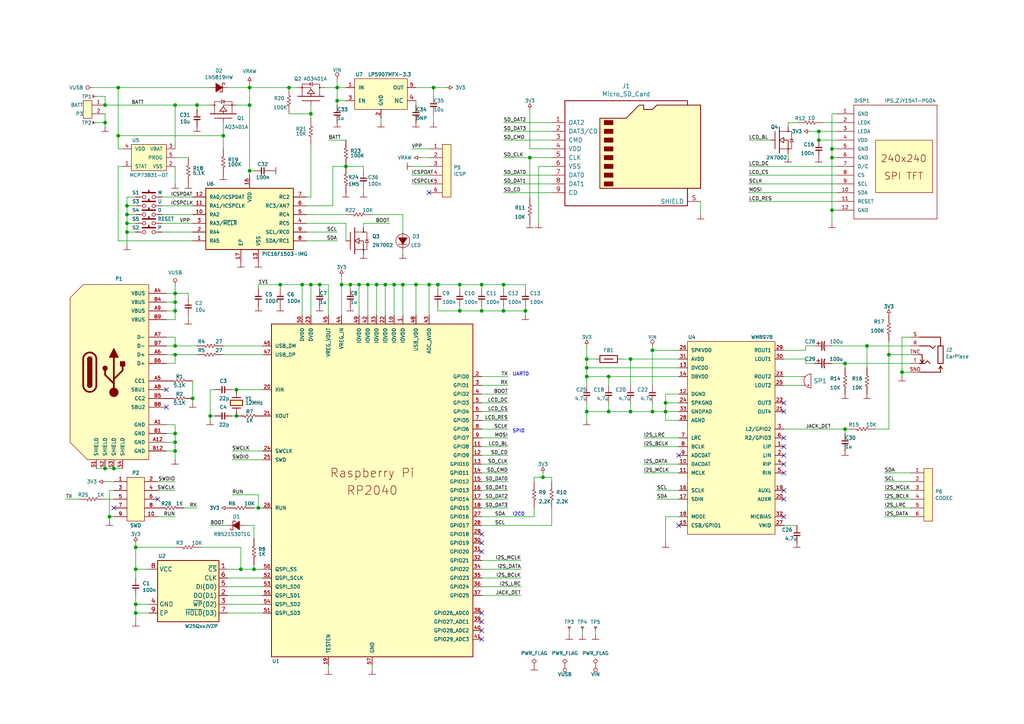
<source format=kicad_sch>
(kicad_sch (version 20211123) (generator eeschema)
  (paper "A4")
  (junction (at 34.29 25.4))
  (junction (at 182.88 119.38))
  (junction (at 30.48 135.89))
  (junction (at 146.05 90.17))
  (junction (at 245.11 105.41))
  (junction (at 104.14 82.55))
  (junction (at 64.77 39.37))
  (junction (at 193.04 119.38))
  (junction (at 92.71 82.55))
  (junction (at 170.18 104.14))
  (junction (at 60.96 120.65))
  (junction (at 33.02 135.89))
  (junction (at 50.8 90.17))
  (junction (at 72.39 25.4))
  (junction (at 189.23 119.38))
  (junction (at 50.8 102.87))
  (junction (at 39.37 175.26))
  (junction (at 55.88 115.57))
  (junction (at 31.75 149.86))
  (junction (at 87.63 82.55))
  (junction (at 36.83 62.23))
  (junction (at 125.73 25.4))
  (junction (at 69.85 165.1))
  (junction (at 72.39 30.48))
  (junction (at 176.53 109.22))
  (junction (at 39.37 177.8))
  (junction (at 133.35 82.55))
  (junction (at 251.46 100.33))
  (junction (at 50.8 128.27))
  (junction (at 97.79 29.21))
  (junction (at 39.37 165.1))
  (junction (at 241.3 43.18))
  (junction (at 50.8 30.48))
  (junction (at 97.79 25.4))
  (junction (at 36.83 64.77))
  (junction (at 116.84 82.55))
  (junction (at 50.8 87.63))
  (junction (at 241.3 60.96))
  (junction (at 127 82.55))
  (junction (at 100.33 48.26))
  (junction (at 81.28 82.55))
  (junction (at 124.46 82.55))
  (junction (at 139.7 82.55))
  (junction (at 74.93 147.32))
  (junction (at 50.8 125.73))
  (junction (at 68.58 120.65))
  (junction (at 72.39 49.53))
  (junction (at 176.53 119.38))
  (junction (at 90.17 33.02))
  (junction (at 120.65 82.55))
  (junction (at 245.11 124.46))
  (junction (at 83.82 25.4))
  (junction (at 261.62 107.95))
  (junction (at 237.49 40.64))
  (junction (at 133.35 90.17))
  (junction (at 189.23 101.6))
  (junction (at 139.7 90.17))
  (junction (at 90.17 82.55))
  (junction (at 146.05 82.55))
  (junction (at 157.48 138.43))
  (junction (at 257.81 102.87))
  (junction (at 193.04 116.84))
  (junction (at 170.18 106.68))
  (junction (at 39.37 158.75))
  (junction (at 50.8 85.09))
  (junction (at 101.6 82.55))
  (junction (at 99.06 82.55))
  (junction (at 170.18 119.38))
  (junction (at 109.22 82.55))
  (junction (at 182.88 104.14))
  (junction (at 237.49 38.1))
  (junction (at 73.66 165.1))
  (junction (at 34.29 39.37))
  (junction (at 111.76 82.55))
  (junction (at 152.4 90.17))
  (junction (at 50.8 100.33))
  (junction (at 30.48 30.48))
  (junction (at 106.68 82.55))
  (junction (at 170.18 109.22))
  (junction (at 36.83 67.31))
  (junction (at 30.48 35.56))
  (junction (at 50.8 130.81))
  (junction (at 114.3 82.55))
  (junction (at 36.83 59.69))
  (junction (at 153.67 45.72))
  (junction (at 57.15 30.48))
  (junction (at 241.3 45.72))
  (junction (at 68.58 113.03))
  (no_connect (at 45.72 144.78))
  (no_connect (at 227.33 132.08))
  (no_connect (at 227.33 127))
  (no_connect (at 139.7 182.88))
  (no_connect (at 196.85 152.4))
  (no_connect (at 139.7 185.42))
  (no_connect (at 227.33 142.24))
  (no_connect (at 227.33 137.16))
  (no_connect (at 227.33 149.86))
  (no_connect (at 139.7 180.34))
  (no_connect (at 33.02 147.32))
  (no_connect (at 227.33 134.62))
  (no_connect (at 227.33 116.84))
  (no_connect (at 48.26 118.11))
  (no_connect (at 124.46 55.88))
  (no_connect (at 139.7 154.94))
  (no_connect (at 227.33 129.54))
  (no_connect (at 139.7 160.02))
  (no_connect (at 139.7 157.48))
  (no_connect (at 48.26 113.03))
  (no_connect (at 227.33 144.78))
  (no_connect (at 227.33 119.38))
  (no_connect (at 196.85 132.08))
  (no_connect (at 139.7 177.8))
  (wire (pts (xy 170.18 106.68) (xy 196.85 106.68)))
  (wire (pts (xy 133.35 88.9) (xy 133.35 90.17)))
  (wire (pts (xy 88.9 57.15) (xy 90.17 57.15)))
  (wire (pts (xy 233.68 101.6) (xy 227.33 101.6)))
  (wire (pts (xy 50.8 105.41) (xy 50.8 102.87)))
  (wire (pts (xy 133.35 83.82) (xy 133.35 82.55)))
  (wire (pts (xy 50.8 100.33) (xy 57.15 100.33)))
  (wire (pts (xy 228.6 45.72) (xy 228.6 44.45)))
  (wire (pts (xy 120.65 25.4) (xy 125.73 25.4)))
  (wire (pts (xy 111.76 82.55) (xy 114.3 82.55)))
  (wire (pts (xy 246.38 124.46) (xy 245.11 124.46)))
  (wire (pts (xy 147.32 137.16) (xy 139.7 137.16)))
  (wire (pts (xy 193.04 119.38) (xy 193.04 121.92)))
  (wire (pts (xy 189.23 101.6) (xy 196.85 101.6)))
  (wire (pts (xy 92.71 82.55) (xy 90.17 82.55)))
  (wire (pts (xy 55.88 115.57) (xy 55.88 110.49)))
  (wire (pts (xy 119.38 48.26) (xy 124.46 48.26)))
  (wire (pts (xy 50.8 30.48) (xy 50.8 43.18)))
  (wire (pts (xy 45.72 149.86) (xy 50.8 149.86)))
  (wire (pts (xy 33.02 142.24) (xy 31.75 142.24)))
  (wire (pts (xy 160.02 55.88) (xy 146.05 55.88)))
  (wire (pts (xy 81.28 82.55) (xy 87.63 82.55)))
  (wire (pts (xy 147.32 139.7) (xy 139.7 139.7)))
  (wire (pts (xy 139.7 90.17) (xy 146.05 90.17)))
  (wire (pts (xy 67.31 143.51) (xy 74.93 143.51)))
  (wire (pts (xy 196.85 116.84) (xy 193.04 116.84)))
  (wire (pts (xy 48.26 105.41) (xy 50.8 105.41)))
  (wire (pts (xy 64.77 100.33) (xy 76.2 100.33)))
  (wire (pts (xy 55.88 115.57) (xy 55.88 116.84)))
  (wire (pts (xy 26.67 25.4) (xy 34.29 25.4)))
  (wire (pts (xy 245.11 125.73) (xy 245.11 124.46)))
  (wire (pts (xy 116.84 62.23) (xy 116.84 67.31)))
  (wire (pts (xy 196.85 137.16) (xy 186.69 137.16)))
  (wire (pts (xy 39.37 180.34) (xy 39.37 177.8)))
  (wire (pts (xy 30.48 36.83) (xy 30.48 35.56)))
  (wire (pts (xy 245.11 106.68) (xy 245.11 105.41)))
  (wire (pts (xy 50.8 87.63) (xy 50.8 85.09)))
  (wire (pts (xy 54.61 85.09) (xy 54.61 86.36)))
  (wire (pts (xy 36.83 64.77) (xy 36.83 67.31)))
  (wire (pts (xy 146.05 35.56) (xy 160.02 35.56)))
  (wire (pts (xy 127 82.55) (xy 133.35 82.55)))
  (wire (pts (xy 261.62 97.79) (xy 261.62 107.95)))
  (wire (pts (xy 50.8 102.87) (xy 57.15 102.87)))
  (wire (pts (xy 124.46 53.34) (xy 119.38 53.34)))
  (wire (pts (xy 245.11 124.46) (xy 227.33 124.46)))
  (wire (pts (xy 48.26 123.19) (xy 50.8 123.19)))
  (wire (pts (xy 30.48 144.78) (xy 33.02 144.78)))
  (wire (pts (xy 264.16 149.86) (xy 256.54 149.86)))
  (wire (pts (xy 90.17 57.15) (xy 90.17 41.91)))
  (wire (pts (xy 105.41 64.77) (xy 105.41 66.04)))
  (wire (pts (xy 241.3 33.02) (xy 242.57 33.02)))
  (wire (pts (xy 147.32 116.84) (xy 139.7 116.84)))
  (wire (pts (xy 233.68 104.14) (xy 227.33 104.14)))
  (wire (pts (xy 90.17 33.02) (xy 90.17 30.48)))
  (wire (pts (xy 48.26 97.79) (xy 50.8 97.79)))
  (wire (pts (xy 120.65 91.44) (xy 120.65 82.55)))
  (wire (pts (xy 139.7 134.62) (xy 147.32 134.62)))
  (wire (pts (xy 241.3 43.18) (xy 241.3 45.72)))
  (wire (pts (xy 120.65 82.55) (xy 124.46 82.55)))
  (wire (pts (xy 241.3 60.96) (xy 241.3 64.77)))
  (wire (pts (xy 54.61 92.71) (xy 54.61 91.44)))
  (wire (pts (xy 242.57 50.8) (xy 217.17 50.8)))
  (wire (pts (xy 39.37 62.23) (xy 36.83 62.23)))
  (wire (pts (xy 68.58 113.03) (xy 76.2 113.03)))
  (wire (pts (xy 170.18 100.33) (xy 170.18 104.14)))
  (wire (pts (xy 27.94 35.56) (xy 30.48 35.56)))
  (wire (pts (xy 111.76 82.55) (xy 111.76 91.44)))
  (wire (pts (xy 156.21 48.26) (xy 156.21 64.77)))
  (wire (pts (xy 237.49 38.1) (xy 242.57 38.1)))
  (wire (pts (xy 30.48 27.94) (xy 30.48 30.48)))
  (wire (pts (xy 146.05 88.9) (xy 146.05 90.17)))
  (wire (pts (xy 88.9 59.69) (xy 96.52 59.69)))
  (wire (pts (xy 73.66 152.4) (xy 73.66 156.21)))
  (wire (pts (xy 39.37 157.48) (xy 39.37 158.75)))
  (wire (pts (xy 193.04 114.3) (xy 193.04 116.84)))
  (wire (pts (xy 152.4 88.9) (xy 152.4 90.17)))
  (wire (pts (xy 45.72 142.24) (xy 50.8 142.24)))
  (wire (pts (xy 48.26 125.73) (xy 50.8 125.73)))
  (wire (pts (xy 170.18 109.22) (xy 170.18 111.76)))
  (wire (pts (xy 34.29 43.18) (xy 35.56 43.18)))
  (wire (pts (xy 242.57 58.42) (xy 217.17 58.42)))
  (wire (pts (xy 109.22 82.55) (xy 111.76 82.55)))
  (wire (pts (xy 139.7 152.4) (xy 160.02 152.4)))
  (wire (pts (xy 46.99 57.15) (xy 55.88 57.15)))
  (wire (pts (xy 71.12 152.4) (xy 73.66 152.4)))
  (wire (pts (xy 241.3 33.02) (xy 241.3 43.18)))
  (wire (pts (xy 189.23 111.76) (xy 189.23 101.6)))
  (wire (pts (xy 203.2 62.23) (xy 203.2 58.42)))
  (wire (pts (xy 241.3 60.96) (xy 242.57 60.96)))
  (wire (pts (xy 139.7 170.18) (xy 151.13 170.18)))
  (wire (pts (xy 241.3 105.41) (xy 245.11 105.41)))
  (wire (pts (xy 157.48 138.43) (xy 160.02 138.43)))
  (wire (pts (xy 227.33 152.4) (xy 231.14 152.4)))
  (wire (pts (xy 264.16 97.79) (xy 261.62 97.79)))
  (wire (pts (xy 83.82 33.02) (xy 90.17 33.02)))
  (wire (pts (xy 139.7 88.9) (xy 139.7 90.17)))
  (wire (pts (xy 50.8 97.79) (xy 50.8 100.33)))
  (wire (pts (xy 236.22 105.41) (xy 233.68 105.41)))
  (wire (pts (xy 109.22 91.44) (xy 109.22 82.55)))
  (wire (pts (xy 50.8 82.55) (xy 50.8 85.09)))
  (wire (pts (xy 50.8 90.17) (xy 50.8 87.63)))
  (wire (pts (xy 33.02 149.86) (xy 31.75 149.86)))
  (wire (pts (xy 107.95 62.23) (xy 116.84 62.23)))
  (wire (pts (xy 88.9 69.85) (xy 97.79 69.85)))
  (wire (pts (xy 97.79 25.4) (xy 100.33 25.4)))
  (wire (pts (xy 36.83 67.31) (xy 39.37 67.31)))
  (wire (pts (xy 39.37 59.69) (xy 36.83 59.69)))
  (wire (pts (xy 196.85 134.62) (xy 186.69 134.62)))
  (wire (pts (xy 264.16 142.24) (xy 256.54 142.24)))
  (wire (pts (xy 114.3 82.55) (xy 116.84 82.55)))
  (wire (pts (xy 39.37 177.8) (xy 43.18 177.8)))
  (wire (pts (xy 182.88 116.84) (xy 182.88 119.38)))
  (wire (pts (xy 105.41 48.26) (xy 100.33 48.26)))
  (wire (pts (xy 99.06 91.44) (xy 99.06 82.55)))
  (wire (pts (xy 176.53 109.22) (xy 196.85 109.22)))
  (wire (pts (xy 160.02 138.43) (xy 160.02 139.7)))
  (wire (pts (xy 124.46 82.55) (xy 124.46 91.44)))
  (wire (pts (xy 58.42 158.75) (xy 69.85 158.75)))
  (wire (pts (xy 99.06 80.01) (xy 99.06 82.55)))
  (wire (pts (xy 34.29 39.37) (xy 34.29 25.4)))
  (wire (pts (xy 105.41 64.77) (xy 113.03 64.77)))
  (wire (pts (xy 39.37 175.26) (xy 39.37 177.8)))
  (wire (pts (xy 74.93 147.32) (xy 74.93 143.51)))
  (wire (pts (xy 33.02 135.89) (xy 35.56 135.89)))
  (wire (pts (xy 83.82 25.4) (xy 86.36 25.4)))
  (wire (pts (xy 97.79 29.21) (xy 100.33 29.21)))
  (wire (pts (xy 110.49 35.56) (xy 110.49 34.29)))
  (wire (pts (xy 180.34 104.14) (xy 182.88 104.14)))
  (wire (pts (xy 64.77 102.87) (xy 76.2 102.87)))
  (wire (pts (xy 160.02 45.72) (xy 153.67 45.72)))
  (wire (pts (xy 88.9 67.31) (xy 97.79 67.31)))
  (wire (pts (xy 170.18 106.68) (xy 170.18 109.22)))
  (wire (pts (xy 232.41 111.76) (xy 227.33 111.76)))
  (wire (pts (xy 139.7 119.38) (xy 147.32 119.38)))
  (wire (pts (xy 152.4 91.44) (xy 152.4 90.17)))
  (wire (pts (xy 64.77 39.37) (xy 64.77 35.56)))
  (wire (pts (xy 139.7 111.76) (xy 147.32 111.76)))
  (wire (pts (xy 168.91 182.88) (xy 168.91 184.15)))
  (wire (pts (xy 116.84 72.39) (xy 116.84 73.66)))
  (wire (pts (xy 36.83 57.15) (xy 36.83 59.69)))
  (wire (pts (xy 147.32 127) (xy 139.7 127)))
  (wire (pts (xy 151.13 172.72) (xy 139.7 172.72)))
  (wire (pts (xy 31.75 142.24) (xy 31.75 149.86)))
  (wire (pts (xy 68.58 120.65) (xy 67.31 120.65)))
  (wire (pts (xy 241.3 45.72) (xy 241.3 60.96)))
  (wire (pts (xy 121.92 45.72) (xy 124.46 45.72)))
  (wire (pts (xy 48.26 102.87) (xy 50.8 102.87)))
  (wire (pts (xy 241.3 45.72) (xy 242.57 45.72)))
  (wire (pts (xy 34.29 39.37) (xy 64.77 39.37)))
  (wire (pts (xy 74.93 83.82) (xy 74.93 82.55)))
  (wire (pts (xy 124.46 50.8) (xy 119.38 50.8)))
  (wire (pts (xy 139.7 147.32) (xy 147.32 147.32)))
  (wire (pts (xy 257.81 99.06) (xy 257.81 102.87)))
  (wire (pts (xy 50.8 30.48) (xy 30.48 30.48)))
  (wire (pts (xy 170.18 119.38) (xy 170.18 121.92)))
  (wire (pts (xy 48.26 90.17) (xy 50.8 90.17)))
  (wire (pts (xy 127 90.17) (xy 133.35 90.17)))
  (wire (pts (xy 64.77 43.18) (xy 64.77 39.37)))
  (wire (pts (xy 46.99 67.31) (xy 55.88 67.31)))
  (wire (pts (xy 182.88 119.38) (xy 189.23 119.38)))
  (wire (pts (xy 96.52 48.26) (xy 96.52 59.69)))
  (wire (pts (xy 264.16 147.32) (xy 256.54 147.32)))
  (wire (pts (xy 147.32 142.24) (xy 139.7 142.24)))
  (wire (pts (xy 264.16 139.7) (xy 256.54 139.7)))
  (wire (pts (xy 193.04 149.86) (xy 193.04 157.48)))
  (wire (pts (xy 36.83 59.69) (xy 36.83 62.23)))
  (wire (pts (xy 196.85 144.78) (xy 190.5 144.78)))
  (wire (pts (xy 97.79 29.21) (xy 97.79 30.48)))
  (wire (pts (xy 176.53 116.84) (xy 176.53 119.38)))
  (wire (pts (xy 50.8 158.75) (xy 39.37 158.75)))
  (wire (pts (xy 88.9 62.23) (xy 100.33 62.23)))
  (wire (pts (xy 139.7 165.1) (xy 151.13 165.1)))
  (wire (pts (xy 139.7 109.22) (xy 147.32 109.22)))
  (wire (pts (xy 45.72 139.7) (xy 50.8 139.7)))
  (wire (pts (xy 27.94 135.89) (xy 30.48 135.89)))
  (wire (pts (xy 96.52 48.26) (xy 100.33 48.26)))
  (wire (pts (xy 242.57 48.26) (xy 217.17 48.26)))
  (wire (pts (xy 46.99 62.23) (xy 55.88 62.23)))
  (wire (pts (xy 74.93 147.32) (xy 76.2 147.32)))
  (wire (pts (xy 238.76 35.56) (xy 242.57 35.56)))
  (wire (pts (xy 264.16 102.87) (xy 257.81 102.87)))
  (wire (pts (xy 36.83 67.31) (xy 36.83 71.12)))
  (wire (pts (xy 196.85 127) (xy 186.69 127)))
  (wire (pts (xy 62.23 113.03) (xy 60.96 113.03)))
  (wire (pts (xy 233.68 100.33) (xy 233.68 101.6)))
  (wire (pts (xy 182.88 104.14) (xy 182.88 111.76)))
  (wire (pts (xy 147.32 144.78) (xy 139.7 144.78)))
  (wire (pts (xy 104.14 91.44) (xy 104.14 82.55)))
  (wire (pts (xy 72.39 49.53) (xy 72.39 50.8)))
  (wire (pts (xy 193.04 114.3) (xy 196.85 114.3)))
  (wire (pts (xy 116.84 91.44) (xy 116.84 82.55)))
  (wire (pts (xy 193.04 116.84) (xy 193.04 119.38)))
  (wire (pts (xy 48.26 87.63) (xy 50.8 87.63)))
  (wire (pts (xy 100.33 64.77) (xy 100.33 69.85)))
  (wire (pts (xy 139.7 83.82) (xy 139.7 82.55)))
  (wire (pts (xy 27.94 27.94) (xy 30.48 27.94)))
  (wire (pts (xy 50.8 45.72) (xy 54.61 45.72)))
  (wire (pts (xy 90.17 33.02) (xy 90.17 34.29)))
  (wire (pts (xy 233.68 105.41) (xy 233.68 104.14)))
  (wire (pts (xy 73.66 163.83) (xy 73.66 165.1)))
  (wire (pts (xy 72.39 30.48) (xy 68.58 30.48)))
  (wire (pts (xy 67.31 133.35) (xy 76.2 133.35)))
  (wire (pts (xy 105.41 49.53) (xy 105.41 48.26)))
  (wire (pts (xy 69.85 165.1) (xy 73.66 165.1)))
  (wire (pts (xy 114.3 91.44) (xy 114.3 82.55)))
  (wire (pts (xy 264.16 137.16) (xy 256.54 137.16)))
  (wire (pts (xy 127 82.55) (xy 124.46 82.55)))
  (wire (pts (xy 30.48 35.56) (xy 30.48 33.02)))
  (wire (pts (xy 165.1 182.88) (xy 165.1 184.15)))
  (wire (pts (xy 139.7 162.56) (xy 151.13 162.56)))
  (wire (pts (xy 57.15 31.75) (xy 57.15 30.48)))
  (wire (pts (xy 34.29 25.4) (xy 60.96 25.4)))
  (wire (pts (xy 172.72 184.15) (xy 172.72 182.88)))
  (wire (pts (xy 170.18 104.14) (xy 170.18 106.68)))
  (wire (pts (xy 87.63 82.55) (xy 90.17 82.55)))
  (wire (pts (xy 133.35 90.17) (xy 139.7 90.17)))
  (wire (pts (xy 90.17 82.55) (xy 90.17 91.44)))
  (wire (pts (xy 170.18 119.38) (xy 176.53 119.38)))
  (wire (pts (xy 160.02 38.1) (xy 146.05 38.1)))
  (wire (pts (xy 69.85 158.75) (xy 69.85 165.1)))
  (wire (pts (xy 100.33 40.64) (xy 95.25 40.64)))
  (wire (pts (xy 95.25 193.04) (xy 95.25 194.31)))
  (wire (pts (xy 50.8 48.26) (xy 50.8 53.34)))
  (wire (pts (xy 146.05 83.82) (xy 146.05 82.55)))
  (wire (pts (xy 39.37 165.1) (xy 43.18 165.1)))
  (wire (pts (xy 106.68 82.55) (xy 109.22 82.55)))
  (wire (pts (xy 48.26 100.33) (xy 50.8 100.33)))
  (wire (pts (xy 160.02 152.4) (xy 160.02 147.32)))
  (wire (pts (xy 50.8 123.19) (xy 50.8 125.73)))
  (wire (pts (xy 139.7 114.3) (xy 147.32 114.3)))
  (wire (pts (xy 139.7 132.08) (xy 147.32 132.08)))
  (wire (pts (xy 160.02 40.64) (xy 146.05 40.64)))
  (wire (pts (xy 72.39 25.4) (xy 72.39 30.48)))
  (wire (pts (xy 39.37 64.77) (xy 36.83 64.77)))
  (wire (pts (xy 66.04 175.26) (xy 76.2 175.26)))
  (wire (pts (xy 147.32 129.54) (xy 139.7 129.54)))
  (wire (pts (xy 48.26 130.81) (xy 50.8 130.81)))
  (wire (pts (xy 50.8 92.71) (xy 50.8 90.17)))
  (wire (pts (xy 160.02 50.8) (xy 146.05 50.8)))
  (wire (pts (xy 139.7 124.46) (xy 147.32 124.46)))
  (wire (pts (xy 106.68 91.44) (xy 106.68 82.55)))
  (wire (pts (xy 170.18 109.22) (xy 176.53 109.22)))
  (wire (pts (xy 83.82 25.4) (xy 72.39 25.4)))
  (wire (pts (xy 95.25 91.44) (xy 95.25 82.55)))
  (wire (pts (xy 48.26 92.71) (xy 50.8 92.71)))
  (wire (pts (xy 139.7 167.64) (xy 151.13 167.64)))
  (wire (pts (xy 48.26 128.27) (xy 50.8 128.27)))
  (wire (pts (xy 116.84 82.55) (xy 120.65 82.55)))
  (wire (pts (xy 34.29 39.37) (xy 34.29 43.18)))
  (wire (pts (xy 125.73 35.56) (xy 125.73 33.02)))
  (wire (pts (xy 66.04 165.1) (xy 69.85 165.1)))
  (wire (pts (xy 223.52 40.64) (xy 217.17 40.64)))
  (wire (pts (xy 160.02 48.26) (xy 156.21 48.26)))
  (wire (pts (xy 22.86 144.78) (xy 19.05 144.78)))
  (wire (pts (xy 251.46 100.33) (xy 264.16 100.33)))
  (wire (pts (xy 101.6 83.82) (xy 101.6 82.55)))
  (wire (pts (xy 127 88.9) (xy 127 90.17)))
  (wire (pts (xy 257.81 102.87) (xy 257.81 124.46)))
  (wire (pts (xy 146.05 82.55) (xy 152.4 82.55)))
  (wire (pts (xy 139.7 149.86) (xy 154.94 149.86)))
  (wire (pts (xy 139.7 121.92) (xy 147.32 121.92)))
  (wire (pts (xy 193.04 121.92) (xy 196.85 121.92)))
  (wire (pts (xy 101.6 82.55) (xy 104.14 82.55)))
  (wire (pts (xy 60.96 121.92) (xy 60.96 120.65)))
  (wire (pts (xy 50.8 30.48) (xy 57.15 30.48)))
  (wire (pts (xy 60.96 120.65) (xy 62.23 120.65)))
  (wire (pts (xy 73.66 165.1) (xy 76.2 165.1)))
  (wire (pts (xy 66.04 152.4) (xy 60.96 152.4)))
  (wire (pts (xy 74.93 82.55) (xy 81.28 82.55)))
  (wire (pts (xy 245.11 105.41) (xy 264.16 105.41)))
  (wire (pts (xy 81.28 83.82) (xy 81.28 82.55)))
  (wire (pts (xy 154.94 149.86) (xy 154.94 147.32)))
  (wire (pts (xy 93.98 25.4) (xy 97.79 25.4)))
  (wire (pts (xy 50.8 130.81) (xy 50.8 133.35)))
  (wire (pts (xy 57.15 30.48) (xy 60.96 30.48)))
  (wire (pts (xy 72.39 30.48) (xy 72.39 49.53)))
  (wire (pts (xy 92.71 83.82) (xy 92.71 82.55)))
  (wire (pts (xy 50.8 128.27) (xy 50.8 130.81)))
  (wire (pts (xy 67.31 113.03) (xy 68.58 113.03)))
  (wire (pts (xy 50.8 125.73) (xy 50.8 128.27)))
  (wire (pts (xy 30.48 139.7) (xy 33.02 139.7)))
  (wire (pts (xy 234.95 38.1) (xy 237.49 38.1)))
  (wire (pts (xy 105.41 55.88) (xy 105.41 54.61)))
  (wire (pts (xy 196.85 129.54) (xy 186.69 129.54)))
  (wire (pts (xy 196.85 149.86) (xy 193.04 149.86)))
  (wire (pts (xy 261.62 109.22) (xy 261.62 107.95)))
  (wire (pts (xy 34.29 48.26) (xy 35.56 48.26)))
  (wire (pts (xy 50.8 85.09) (xy 48.26 85.09)))
  (wire (pts (xy 34.29 48.26) (xy 34.29 69.85)))
  (wire (pts (xy 34.29 69.85) (xy 55.88 69.85)))
  (wire (pts (xy 50.8 85.09) (xy 54.61 85.09)))
  (wire (pts (xy 95.25 82.55) (xy 92.71 82.55)))
  (wire (pts (xy 139.7 82.55) (xy 146.05 82.55)))
  (wire (pts (xy 241.3 100.33) (xy 251.46 100.33)))
  (wire (pts (xy 170.18 104.14) (xy 172.72 104.14)))
  (wire (pts (xy 237.49 40.64) (xy 242.57 40.64)))
  (wire (pts (xy 157.48 137.16) (xy 157.48 138.43)))
  (wire (pts (xy 39.37 57.15) (xy 36.83 57.15)))
  (wire (pts (xy 60.96 113.03) (xy 60.96 120.65)))
  (wire (pts (xy 196.85 119.38) (xy 193.04 119.38)))
  (wire (pts (xy 53.34 147.32) (xy 57.15 147.32)))
  (wire (pts (xy 228.6 35.56) (xy 228.6 36.83)))
  (wire (pts (xy 251.46 106.68) (xy 251.46 100.33)))
  (wire (pts (xy 125.73 27.94) (xy 125.73 25.4)))
  (wire (pts (xy 66.04 177.8) (xy 76.2 177.8)))
  (wire (pts (xy 39.37 172.72) (xy 39.37 175.26)))
  (wire (pts (xy 66.04 167.64) (xy 76.2 167.64)))
  (wire (pts (xy 119.38 43.18) (xy 124.46 43.18)))
  (wire (pts (xy 87.63 91.44) (xy 87.63 82.55)))
  (wire (pts (xy 152.4 83.82) (xy 152.4 82.55)))
  (wire (pts (xy 133.35 82.55) (xy 139.7 82.55)))
  (wire (pts (xy 129.54 25.4) (xy 125.73 25.4)))
  (wire (pts (xy 67.31 130.81) (xy 76.2 130.81)))
  (wire (pts (xy 36.83 62.23) (xy 36.83 64.77)))
  (wire (pts (xy 153.67 45.72) (xy 153.67 57.15)))
  (wire (pts (xy 153.67 45.72) (xy 146.05 45.72)))
  (wire (pts (xy 99.06 82.55) (xy 101.6 82.55)))
  (wire (pts (xy 88.9 64.77) (xy 100.33 64.77)))
  (wire (pts (xy 72.39 24.13) (xy 72.39 25.4)))
  (wire (pts (xy 232.41 109.22) (xy 227.33 109.22)))
  (wire (pts (xy 146.05 53.34) (xy 160.02 53.34)))
  (wire (pts (xy 104.14 82.55) (xy 106.68 82.55)))
  (wire (pts (xy 231.14 35.56) (xy 228.6 35.56)))
  (wire (pts (xy 73.66 147.32) (xy 74.93 147.32)))
  (wire (pts (xy 66.04 172.72) (xy 76.2 172.72)))
  (wire (pts (xy 182.88 104.14) (xy 196.85 104.14)))
  (wire (pts (xy 154.94 139.7) (xy 154.94 138.43)))
  (wire (pts (xy 120.65 30.48) (xy 120.65 29.21)))
  (wire (pts (xy 176.53 119.38) (xy 182.88 119.38)))
  (wire (pts (xy 264.16 144.78) (xy 256.54 144.78)))
  (wire (pts (xy 46.99 64.77) (xy 55.88 64.77)))
  (wire (pts (xy 39.37 167.64) (xy 39.37 165.1)))
  (wire (pts (xy 257.81 124.46) (xy 254 124.46)))
  (wire (pts (xy 39.37 158.75) (xy 39.37 165.1)))
  (wire (pts (xy 66.04 170.18) (xy 76.2 170.18)))
  (wire (pts (xy 261.62 107.95) (xy 264.16 107.95)))
  (wire (pts (xy 153.67 43.18) (xy 160.02 43.18)))
  (wire (pts (xy 97.79 22.86) (xy 97.79 25.4)))
  (wire (pts (xy 39.37 175.26) (xy 43.18 175.26)))
  (wire (pts (xy 189.23 116.84) (xy 189.23 119.38)))
  (wire (pts (xy 146.05 90.17) (xy 152.4 90.17)))
  (wire (pts (xy 170.18 116.84) (xy 170.18 119.38)))
  (wire (pts (xy 154.94 138.43) (xy 157.48 138.43)))
  (wire (pts (xy 242.57 53.34) (xy 217.17 53.34)))
  (wire (pts (xy 153.67 31.75) (xy 153.67 43.18)))
  (wire (pts (xy 189.23 119.38) (xy 193.04 119.38)))
  (wire (pts (xy 242.57 55.88) (xy 217.17 55.88)))
  (wire (pts (xy 107.95 194.31) (xy 107.95 193.04)))
  (wire (pts (xy 196.85 142.24) (xy 190.5 142.24)))
  (wire (pts (xy 237.49 38.1) (xy 237.49 40.64)))
  (wire (pts (xy 73.66 49.53) (xy 72.39 49.53)))
  (wire (pts (xy 127 83.82) (xy 127 82.55)))
  (wire (pts (xy 97.79 29.21) (xy 97.79 25.4)))
  (wire (pts (xy 31.75 149.86) (xy 31.75 151.13)))
  (wire (pts (xy 236.22 100.33) (xy 233.68 100.33)))
  (wire (pts (xy 46.99 59.69) (xy 55.88 59.69)))
  (wire (pts (xy 189.23 100.33) (xy 189.23 101.6)))
  (wire (pts (xy 241.3 43.18) (xy 242.57 43.18)))
  (wire (pts (xy 176.53 109.22) (xy 176.53 111.76)))
  (wire (pts (xy 66.04 25.4) (xy 72.39 25.4)))
  (wire (pts (xy 30.48 135.89) (xy 33.02 135.89)))
  (text "UART0" (at 148.59 109.22 0) (effects (font (size 1.016 1.016)) (justify left bottom)))
  (text "SPI0" (at 148.59 125.73 0) (effects (font (size 1.016 1.016)) (justify left bottom)))
  (text "I2C0" (at 148.59 149.86 0) (effects (font (size 1.016 1.016)) (justify left bottom)))
  (label "VPP" (at 52.07 64.77 0) (effects (font (size 1.016 1.016))))
  (label "I2S_DATA" (at 151.13 165.1 180) (effects (font (size 1.016 1.016))))
  (label "1V1" (at 74.93 82.55 0) (effects (font (size 1.016 1.016))))
  (label "SWDIO" (at 50.8 139.7 180) (effects (font (size 1.016 1.016))))
  (label "I2S_BCLK" (at 256.54 144.78 0) (effects (font (size 1.016 1.016))))
  (label "SD_DAT3" (at 146.05 38.1 0) (effects (font (size 1.016 1.016))))
  (label "SCLK" (at 217.17 53.34 0) (effects (font (size 1.016 1.016))))
  (label "SD_DAT0" (at 147.32 139.7 180) (effects (font (size 1.016 1.016))))
  (label "VPP" (at 119.38 43.18 0) (effects (font (size 1.016 1.016))))
  (label "LCD_DC" (at 217.17 48.26 0) (effects (font (size 1.016 1.016))))
  (label "BATT" (at 38.1 30.48 0) (effects (font (size 1.016 1.016))))
  (label "LCD_DC" (at 147.32 116.84 180) (effects (font (size 1.016 1.016))))
  (label "SD_DAT1" (at 147.32 142.24 180) (effects (font (size 1.016 1.016))))
  (label "SD_CMD" (at 147.32 137.16 180) (effects (font (size 1.016 1.016))))
  (label "SD_DAT0" (at 146.05 50.8 0) (effects (font (size 1.016 1.016))))
  (label "SDA" (at 143.51 149.86 0) (effects (font (size 1.016 1.016))))
  (label "SDA" (at 190.5 144.78 0) (effects (font (size 1.016 1.016))))
  (label "LCD_RES" (at 147.32 121.92 180) (effects (font (size 1.016 1.016))))
  (label "MOSI" (at 217.17 55.88 0) (effects (font (size 1.016 1.016))))
  (label "I2S_BCLK" (at 186.69 129.54 0) (effects (font (size 1.016 1.016))))
  (label "SDA" (at 97.79 69.85 180) (effects (font (size 1.016 1.016))))
  (label "SD_DAT2" (at 147.32 144.78 180) (effects (font (size 1.016 1.016))))
  (label "BOOT" (at 60.96 152.4 0) (effects (font (size 1.016 1.016))))
  (label "LCD_BL" (at 217.17 40.64 0) (effects (font (size 1.016 1.016))))
  (label "ICSPDAT" (at 119.38 50.8 0) (effects (font (size 1.016 1.016))))
  (label "I2S_BCLK" (at 151.13 167.64 180) (effects (font (size 1.016 1.016))))
  (label "SD_CLK" (at 147.32 134.62 180) (effects (font (size 1.016 1.016))))
  (label "SD_CD" (at 146.05 55.88 0) (effects (font (size 1.016 1.016))))
  (label "SCL" (at 256.54 139.7 0) (effects (font (size 1.016 1.016))))
  (label "RUN" (at 50.8 149.86 180) (effects (font (size 1.016 1.016))))
  (label "SCL" (at 143.51 152.4 0) (effects (font (size 1.016 1.016))))
  (label "BOOT" (at 113.03 64.77 180) (effects (font (size 1.016 1.016))))
  (label "TX" (at 19.05 144.78 0) (effects (font (size 1.016 1.016))))
  (label "BATT" (at 95.25 40.64 0) (effects (font (size 1.016 1.016))))
  (label "MOSI" (at 147.32 127 180) (effects (font (size 1.016 1.016))))
  (label "RX" (at 57.15 147.32 180) (effects (font (size 1.016 1.016))))
  (label "TX" (at 147.32 109.22 180) (effects (font (size 1.016 1.016))))
  (label "ICSPDAT" (at 49.53 57.15 0) (effects (font (size 1.016 1.016))))
  (label "SD_DAT3" (at 147.32 147.32 180) (effects (font (size 1.016 1.016))))
  (label "SDA" (at 256.54 137.16 0) (effects (font (size 1.016 1.016))))
  (label "SCL" (at 97.79 67.31 180) (effects (font (size 1.016 1.016))))
  (label "I2S_DATA" (at 256.54 149.86 0) (effects (font (size 1.016 1.016))))
  (label "BOOT" (at 147.32 114.3 180) (effects (font (size 1.016 1.016))))
  (label "LCD_CS" (at 147.32 119.38 180) (effects (font (size 1.016 1.016))))
  (label "LCD_RES" (at 217.17 58.42 0) (effects (font (size 1.016 1.016))))
  (label "I2S_LRC" (at 256.54 147.32 0) (effects (font (size 1.016 1.016))))
  (label "I2S_MCLK" (at 256.54 142.24 0) (effects (font (size 1.016 1.016))))
  (label "SWDIO" (at 67.31 133.35 0) (effects (font (size 1.016 1.016))))
  (label "RUN" (at 67.31 143.51 0) (effects (font (size 1.016 1.016))))
  (label "SWCLK" (at 50.8 142.24 180) (effects (font (size 1.016 1.016))))
  (label "SD_CD" (at 147.32 132.08 180) (effects (font (size 1.016 1.016))))
  (label "I2S_LRC" (at 151.13 170.18 180) (effects (font (size 1.016 1.016))))
  (label "SCL" (at 190.5 142.24 0) (effects (font (size 1.016 1.016))))
  (label "I2S_MCLK" (at 151.13 162.56 180) (effects (font (size 1.016 1.016))))
  (label "SCLK" (at 147.32 124.46 180) (effects (font (size 1.016 1.016))))
  (label "JACK_DET" (at 151.13 172.72 180) (effects (font (size 1.016 1.016))))
  (label "SD_DAT1" (at 146.05 53.34 0) (effects (font (size 1.016 1.016))))
  (label "ICSPCLK" (at 119.38 53.34 0) (effects (font (size 1.016 1.016))))
  (label "I2S_DATA" (at 186.69 134.62 0) (effects (font (size 1.016 1.016))))
  (label "ICSPCLK" (at 49.53 59.69 0) (effects (font (size 1.016 1.016))))
  (label "JACK_DET" (at 233.68 124.46 0) (effects (font (size 1.016 1.016))))
  (label "I2S_LRC" (at 186.69 127 0) (effects (font (size 1.016 1.016))))
  (label "SD_CMD" (at 146.05 40.64 0) (effects (font (size 1.016 1.016))))
  (label "SD_CLK" (at 146.05 45.72 0) (effects (font (size 1.016 1.016))))
  (label "SWCLK" (at 67.31 130.81 0) (effects (font (size 1.016 1.016))))
  (label "LCD_BL" (at 147.32 129.54 180) (effects (font (size 1.016 1.016))))
  (label "LCD_CS" (at 217.17 50.8 0) (effects (font (size 1.016 1.016))))
  (label "I2S_MCLK" (at 186.69 137.16 0) (effects (font (size 1.016 1.016))))
  (label "RX" (at 147.32 111.76 180) (effects (font (size 1.016 1.016))))
  (label "SD_DAT2" (at 146.05 35.56 0) (effects (font (size 1.016 1.016))))
  (symbol (lib_id "BZ_Connector:USB_C_Receptacle_16P") (at 33.02 107.95 0) (unit 1)
    (property "Reference" "P1" (at 34.4932 80.8736 0) (effects (font (size 1.016 1.016))))
    (property "Value" "USB_C_Receptacle_16P" (effects hide))
    (property "Footprint" "BZ_Connector:HRO_TYPE-C-31-M-12" (effects hide))
    (property "Datasheet" "https://www.usb.org/sites/default/files/documents/usb_type-c.zip" (effects hide))
  )
  (symbol (lib_id "BZ_Passive:XTAL_4P") (at 68.58 116.84 270) (unit 1)
    (property "Reference" "Y1" (at 71.12 115.57 90) (effects (font (size 1.016 1.016)) (justify left)))
    (property "Value" "12MHz" (at 71.12 116.84 90) (effects (font (size 1.016 1.016)) (justify left)))
    (property "Footprint" "BZ_Crystal:XTAL_3225_4P" (effects hide))
    (property "P/N" "X322512MSB4SI" (effects hide))
  )
  (symbol (lib_id "BZ_Passive:R") (at 60.96 100.33 270) (unit 1)
    (property "Reference" "R4" (at 58.42 99.06 90) (effects (font (size 1.016 1.016))))
    (property "Value" "27" (at 63.5 99.06 90) (effects (font (size 1.016 1.016))))
    (property "Footprint" "BZ_Resistor:R_0402" (effects hide))
  )
  (symbol (lib_id "BZ_Passive:R") (at 60.96 102.87 270) (unit 1)
    (property "Reference" "R5" (at 58.42 101.6 90) (effects (font (size 1.016 1.016))))
    (property "Value" "27" (at 63.5 101.6 90) (effects (font (size 1.016 1.016))))
    (property "Footprint" "BZ_Resistor:R_0402" (effects hide))
  )
  (symbol (lib_id "BZ_Passive:R") (at 52.07 110.49 270) (unit 1)
    (property "Reference" "R1" (at 52.07 109.22 90) (effects (font (size 1.016 1.016))))
    (property "Value" "5.1K" (at 52.07 111.76 90) (effects (font (size 1.016 1.016))))
    (property "Footprint" "BZ_Resistor:R_0402" (effects hide))
  )
  (symbol (lib_id "BZ_Passive:R") (at 52.07 115.57 270) (unit 1)
    (property "Reference" "R2" (at 52.07 114.3 90) (effects (font (size 1.016 1.016))))
    (property "Value" "5.1K" (at 52.07 116.84 90) (effects (font (size 1.016 1.016))))
    (property "Footprint" "BZ_Resistor:R_0402" (effects hide))
  )
  (symbol (lib_id "BZ_FET:MOS_P_GSD") (at 90.17 27.94 270) (mirror x) (unit 1)
    (property "Reference" "Q2" (at 86.36 22.86 90) (effects (font (size 1.016 1.016))))
    (property "Value" "AO3401A" (at 91.44 22.86 90) (effects (font (size 1.016 1.016))))
    (property "Footprint" "BZ_Standard_IC:SOT-23-3" (effects hide))
  )
  (symbol (lib_id "BZ_Power:GND") (at 55.88 116.84 0) (unit 1)
    (property "Reference" "#PWR06" (effects hide))
    (property "Value" "GND" (effects hide))
  )
  (symbol (lib_id "BZ_Power:GND") (at 50.8 133.35 0) (unit 1)
    (property "Reference" "#PWR04" (effects hide))
    (property "Value" "GND" (effects hide))
  )
  (symbol (lib_id "BZ_Power:VUSB") (at 50.8 82.55 0) (unit 1)
    (property "Reference" "#PWR03" (effects hide))
    (property "Value" "VUSB" (at 50.8 79.0956 0) (effects (font (size 1.016 1.016))))
  )
  (symbol (lib_id "BZ_Passive:C") (at 64.77 113.03 270) (unit 1)
    (property "Reference" "C3" (at 64.77 110.49 90) (effects (font (size 1.016 1.016))))
    (property "Value" "22p" (at 63.5 115.57 90) (effects (font (size 1.016 1.016)) (justify left)))
    (property "Footprint" "BZ_Capacitor:C_0402" (effects hide))
  )
  (symbol (lib_id "BZ_Passive:C") (at 64.77 120.65 270) (unit 1)
    (property "Reference" "C4" (at 64.77 118.11 90) (effects (font (size 1.016 1.016))))
    (property "Value" "22p" (at 63.5 123.19 90) (effects (font (size 1.016 1.016)) (justify left)))
    (property "Footprint" "BZ_Capacitor:C_0402" (effects hide))
  )
  (symbol (lib_id "BZ_Passive:R") (at 72.39 120.65 270) (unit 1)
    (property "Reference" "R7" (at 72.39 119.38 90) (effects (font (size 1.016 1.016))))
    (property "Value" "1K" (at 72.39 121.92 90) (effects (font (size 1.016 1.016))))
    (property "Footprint" "BZ_Resistor:R_0402" (effects hide))
  )
  (symbol (lib_id "BZ_Power:GND") (at 60.96 121.92 0) (unit 1)
    (property "Reference" "#PWR07" (effects hide))
    (property "Value" "GND" (effects hide))
  )
  (symbol (lib_id "BZ_Passive:C") (at 54.61 88.9 0) (unit 1)
    (property "Reference" "C2" (at 56.5658 87.9348 0) (effects (font (size 1.016 1.016)) (justify left)))
    (property "Value" "10u" (at 56.5658 89.8652 0) (effects (font (size 1.016 1.016)) (justify left)))
    (property "Footprint" "BZ_Capacitor:C_0603" (effects hide))
  )
  (symbol (lib_id "BZ_Power:GND") (at 54.61 92.71 0) (unit 1)
    (property "Reference" "#PWR05" (effects hide))
    (property "Value" "GND" (effects hide))
  )
  (symbol (lib_id "BZ_Power:GND") (at 50.8 53.34 0) (unit 1)
    (property "Reference" "#PWR050" (effects hide))
    (property "Value" "GND" (effects hide))
  )
  (symbol (lib_id "BZ_Power:GND") (at 57.15 36.83 0) (mirror y) (unit 1)
    (property "Reference" "#PWR051" (effects hide))
    (property "Value" "GND" (effects hide))
  )
  (symbol (lib_id "BZ_Passive:R") (at 83.82 29.21 0) (mirror y) (unit 1)
    (property "Reference" "R20" (at 82.55 27.94 0) (effects (font (size 1.016 1.016)) (justify left top)))
    (property "Value" "100K" (at 81.28 31.75 0) (effects (font (size 1.016 1.016)) (justify bottom)))
    (property "Footprint" "BZ_Resistor:R_0402" (effects hide))
  )
  (symbol (lib_id "BZ_Passive:C") (at 92.71 86.36 0) (unit 1)
    (property "Reference" "C7" (at 92.71 85.09 0) (effects (font (size 1.016 1.016)) (justify left)))
    (property "Value" "1u" (at 92.71 87.63 0) (effects (font (size 1.016 1.016)) (justify left)))
    (property "Footprint" "BZ_Capacitor:C_0603" (effects hide))
  )
  (symbol (lib_id "BZ_Passive:C") (at 81.28 86.36 0) (unit 1)
    (property "Reference" "C6" (at 83.2358 85.3948 0) (effects (font (size 1.016 1.016)) (justify left)))
    (property "Value" "100n" (at 83.2358 87.3252 0) (effects (font (size 1.016 1.016)) (justify left)))
    (property "Footprint" "BZ_Capacitor:C_0402" (effects hide))
  )
  (symbol (lib_id "BZ_Passive:C") (at 74.93 86.36 0) (unit 1)
    (property "Reference" "C5" (at 76.8858 85.3948 0) (effects (font (size 1.016 1.016)) (justify left)))
    (property "Value" "100n" (at 76.8858 87.3252 0) (effects (font (size 1.016 1.016)) (justify left)))
    (property "Footprint" "BZ_Capacitor:C_0402" (effects hide))
  )
  (symbol (lib_id "BZ_Power:GND") (at 81.28 88.9 0) (unit 1)
    (property "Reference" "#PWR012" (effects hide))
    (property "Value" "GND" (effects hide))
  )
  (symbol (lib_id "BZ_Power:GND") (at 74.93 88.9 0) (unit 1)
    (property "Reference" "#PWR011" (effects hide))
    (property "Value" "GND" (effects hide))
  )
  (symbol (lib_id "BZ_Connector:Micro_SD_Card") (at 182.88 43.18 0) (unit 1)
    (property "Reference" "J1" (at 181.61 24.9682 0))
    (property "Value" "Micro_SD_Card" (at 181.61 27.2796 0))
    (property "Footprint" "BZ_Connector:XKB_XKTF-015-X" (effects hide))
    (property "Datasheet" "http://katalog.we-online.de/em/datasheet/693072010801.pdf" (effects hide))
  )
  (symbol (lib_id "BZ_Passive:C") (at 101.6 86.36 0) (unit 1)
    (property "Reference" "C8" (at 101.6 85.09 0) (effects (font (size 1.016 1.016)) (justify left)))
    (property "Value" "1u" (at 101.6 87.63 0) (effects (font (size 1.016 1.016)) (justify left)))
    (property "Footprint" "BZ_Capacitor:C_0603" (effects hide))
  )
  (symbol (lib_id "BZ_Power:GND") (at 92.71 88.9 0) (unit 1)
    (property "Reference" "#PWR013" (effects hide))
    (property "Value" "GND" (effects hide))
  )
  (symbol (lib_id "BZ_Power:GND") (at 101.6 88.9 0) (unit 1)
    (property "Reference" "#PWR016" (effects hide))
    (property "Value" "GND" (effects hide))
  )
  (symbol (lib_id "BZ_Passive:C") (at 127 86.36 0) (unit 1)
    (property "Reference" "C9" (at 128.27 85.09 0) (effects (font (size 1.016 1.016)) (justify left)))
    (property "Value" "100n" (at 128.27 87.63 0) (effects (font (size 1.016 1.016)) (justify left)))
    (property "Footprint" "BZ_Capacitor:C_0402" (effects hide))
  )
  (symbol (lib_id "BZ_Power:GND") (at 152.4 91.44 0) (unit 1)
    (property "Reference" "#PWR019" (effects hide))
    (property "Value" "GND" (effects hide))
  )
  (symbol (lib_id "BZ_Passive:C") (at 39.37 170.18 0) (unit 1)
    (property "Reference" "C1" (at 41.3258 169.2148 0) (effects (font (size 1.016 1.016)) (justify left)))
    (property "Value" "100n" (at 41.3258 171.1452 0) (effects (font (size 1.016 1.016)) (justify left)))
    (property "Footprint" "BZ_Capacitor:C_0402" (effects hide))
  )
  (symbol (lib_id "BZ_Power:GND") (at 39.37 180.34 0) (unit 1)
    (property "Reference" "#PWR02" (effects hide))
    (property "Value" "GND" (effects hide))
  )
  (symbol (lib_id "BZ_Power:3V3") (at 99.06 80.01 0) (unit 1)
    (property "Reference" "#PWR015" (effects hide))
    (property "Value" "3V3" (at 99.06 77.47 0) (effects (font (size 1.016 1.016))))
  )
  (symbol (lib_id "BZ_Power:3V3") (at 39.37 157.48 0) (unit 1)
    (property "Reference" "#PWR01" (effects hide))
    (property "Value" "3V3" (at 39.37 154.94 0) (effects (font (size 1.016 1.016))))
  )
  (symbol (lib_id "BZ_Passive:R") (at 73.66 160.02 0) (unit 1)
    (property "Reference" "R8" (at 74.93 158.75 0) (effects (font (size 1.016 1.016)) (justify left top)))
    (property "Value" "1K" (at 74.93 161.29 0) (effects (font (size 1.016 1.016)) (justify left bottom)))
    (property "Footprint" "BZ_Resistor:R_0402" (effects hide))
  )
  (symbol (lib_id "BZ_Power:GND") (at 107.95 194.31 0) (unit 1)
    (property "Reference" "#PWR017" (effects hide))
    (property "Value" "GND" (effects hide))
  )
  (symbol (lib_id "BZ_Passive:R") (at 54.61 158.75 270) (unit 1)
    (property "Reference" "R3" (at 52.07 157.48 90) (effects (font (size 1.016 1.016))))
    (property "Value" "10K" (at 57.15 157.48 90) (effects (font (size 1.016 1.016))))
    (property "Footprint" "BZ_Resistor:R_0402" (effects hide))
  )
  (symbol (lib_id "BZ_Switch:PB-SPST-NO_2P") (at 43.18 59.69 0) (unit 1)
    (property "Reference" "S3" (at 39.37 58.42 0) (effects (font (size 1.016 1.016))))
    (property "Value" "U" (at 45.72 58.42 0) (effects (font (size 1.016 1.016)) (justify left)))
    (property "Footprint" "VGMPlayer:MultiButton" (effects hide))
  )
  (symbol (lib_id "BZ_Switch:PB-SPST-NO_2P") (at 43.18 57.15 0) (unit 1)
    (property "Reference" "S1" (at 39.37 55.88 0) (effects (font (size 1.016 1.016))))
    (property "Value" "M" (at 45.72 55.88 0) (effects (font (size 1.016 1.016)) (justify left)))
    (property "Footprint" "VGMPlayer:MultiButton" (effects hide))
  )
  (symbol (lib_id "BZ_RPi:RP2040") (at 107.95 142.24 0) (unit 1)
    (property "Reference" "U1" (at 80.01 191.77 0) (effects (font (size 1.016 1.016))))
    (property "Value" "RP2040" (effects hide))
    (property "Footprint" "BZ_RPi:RP2040" (effects hide))
  )
  (symbol (lib_id "BZ_Passive:C") (at 133.35 86.36 0) (unit 1)
    (property "Reference" "C10" (at 134.62 85.09 0) (effects (font (size 1.016 1.016)) (justify left)))
    (property "Value" "100n" (at 134.62 87.63 0) (effects (font (size 1.016 1.016)) (justify left)))
    (property "Footprint" "BZ_Capacitor:C_0402" (effects hide))
  )
  (symbol (lib_id "BZ_Passive:C") (at 139.7 86.36 0) (unit 1)
    (property "Reference" "C11" (at 140.97 85.09 0) (effects (font (size 1.016 1.016)) (justify left)))
    (property "Value" "100n" (at 140.97 87.63 0) (effects (font (size 1.016 1.016)) (justify left)))
    (property "Footprint" "BZ_Capacitor:C_0402" (effects hide))
  )
  (symbol (lib_id "BZ_Passive:C") (at 146.05 86.36 0) (unit 1)
    (property "Reference" "C12" (at 147.32 85.09 0) (effects (font (size 1.016 1.016)) (justify left)))
    (property "Value" "100n" (at 147.32 87.63 0) (effects (font (size 1.016 1.016)) (justify left)))
    (property "Footprint" "BZ_Capacitor:C_0402" (effects hide))
  )
  (symbol (lib_id "BZ_Passive:C") (at 152.4 86.36 0) (unit 1)
    (property "Reference" "C13" (at 153.67 85.09 0) (effects (font (size 1.016 1.016)) (justify left)))
    (property "Value" "100n" (at 153.67 87.63 0) (effects (font (size 1.016 1.016)) (justify left)))
    (property "Footprint" "BZ_Capacitor:C_0402" (effects hide))
  )
  (symbol (lib_id "BZ_Display:IPS_ZJY154T-PG04") (at 270.51 48.26 0) (unit 1)
    (property "Reference" "DISP1" (at 247.65 29.21 0) (effects (font (size 1.016 1.016)) (justify left)))
    (property "Value" "IPS_ZJY154T-PG04" (at 256.54 29.21 0) (effects (font (size 1.016 1.016)) (justify left)))
    (property "Footprint" "BZ_Display:IPS_ZJY154T-PG04" (effects hide))
  )
  (symbol (lib_id "BZ_FET:MOS_N_GSD") (at 226.06 40.64 0) (unit 1)
    (property "Reference" "Q4" (at 223.52 36.83 0) (effects (font (size 1.016 1.016)) (justify left)))
    (property "Value" "2N7002" (at 222.25 45.72 0) (effects (font (size 1.016 1.016)) (justify left)))
    (property "Footprint" "BZ_Standard_IC:SOT-523" (effects hide))
  )
  (symbol (lib_id "BZ_Power:GND") (at 228.6 45.72 0) (unit 1)
    (property "Reference" "#PWR025" (effects hide))
    (property "Value" "GND" (effects hide))
  )
  (symbol (lib_id "BZ_Power:GND") (at 95.25 194.31 0) (unit 1)
    (property "Reference" "#PWR014" (effects hide))
    (property "Value" "GND" (effects hide))
  )
  (symbol (lib_id "BZ_Power:GND") (at 241.3 64.77 0) (unit 1)
    (property "Reference" "#PWR028" (effects hide))
    (property "Value" "GND" (effects hide))
  )
  (symbol (lib_id "BZ_Switch:PB-SPST-NO_2P") (at 43.18 67.31 0) (unit 1)
    (property "Reference" "S2" (at 39.37 66.04 0) (effects (font (size 1.016 1.016))))
    (property "Value" "P" (at 45.72 66.04 0) (effects (font (size 1.016 1.016)) (justify left)))
    (property "Footprint" "VGMPlayer:MultiButton" (effects hide))
  )
  (symbol (lib_id "BZ_Power:3V3") (at 234.95 38.1 90) (unit 1)
    (property "Reference" "#PWR026" (effects hide))
    (property "Value" "3V3" (at 231.14 38.1 90) (effects (font (size 1.016 1.016))))
  )
  (symbol (lib_id "VGMPlayer:PIC16F1503-IMG") (at 72.39 63.5 0) (unit 1)
    (property "Reference" "U6" (at 60.96 53.34 0) (effects (font (size 1.016 1.016))))
    (property "Value" "PIC16F1503-IMG" (at 82.55 73.66 0) (effects (font (size 1.016 1.016))))
    (property "Footprint" "BZ_Standard_IC:QFN-16-1EP_3x3x0.5P_EP1.1" (effects hide))
    (property "Datasheet" "http://ww1.microchip.com/downloads/en/DeviceDoc/41607A.pdf" (effects hide))
  )
  (symbol (lib_id "BZ_Diode:Schottky") (at 68.58 152.4 180) (unit 1)
    (property "Reference" "D1" (at 68.58 149.86 0) (effects (font (size 1.016 1.016))))
    (property "Value" "RB521S30T1G" (at 67.31 154.94 0) (effects (font (size 1.016 1.016))))
    (property "Footprint" "BZ_Diode:D_SOD-523" (effects hide))
  )
  (symbol (lib_id "BZ_CirrusLogic:WM8978") (at 212.09 127 0) (unit 1)
    (property "Reference" "U4" (at 200.66 97.79 0) (effects (font (size 1.016 1.016))))
    (property "Value" "WM8978" (at 220.98 97.79 0) (effects (font (size 1.016 1.016))))
    (property "Footprint" "BZ_Standard_IC:QFN-32-1EP_5x5x0.5P_EP3.45" (effects hide))
  )
  (symbol (lib_id "BZ_Passive:R") (at 69.85 147.32 270) (unit 1)
    (property "Reference" "R6" (at 67.31 146.05 90) (effects (font (size 1.016 1.016))))
    (property "Value" "10K" (at 72.39 146.05 90) (effects (font (size 1.016 1.016))))
    (property "Footprint" "BZ_Resistor:R_0402" (effects hide))
  )
  (symbol (lib_id "BZ_Power:3V3") (at 66.04 147.32 90) (unit 1)
    (property "Reference" "#PWR08" (effects hide))
    (property "Value" "3V3" (at 62.23 147.32 90) (effects (font (size 1.016 1.016))))
  )
  (symbol (lib_id "BZ_Passive:CP") (at 238.76 100.33 90) (unit 1)
    (property "Reference" "C28" (at 234.95 99.06 90) (effects (font (size 1.016 1.016))))
    (property "Value" "100u" (at 242.57 99.06 90) (effects (font (size 1.016 1.016))))
    (property "Footprint" "BZ_Capacitor:CP_5x5.3" (effects hide))
  )
  (symbol (lib_id "BZ_FET:MOS_N_GSD") (at 102.87 69.85 0) (unit 1)
    (property "Reference" "Q3" (at 107.95 68.58 0) (effects (font (size 1.016 1.016)) (justify left)))
    (property "Value" "2N7002" (at 107.95 71.12 0) (effects (font (size 1.016 1.016)) (justify left)))
    (property "Footprint" "BZ_Standard_IC:SOT-523" (effects hide))
  )
  (symbol (lib_id "BZ_Passive:CP") (at 238.76 105.41 90) (unit 1)
    (property "Reference" "C29" (at 234.95 104.14 90) (effects (font (size 1.016 1.016))))
    (property "Value" "100u" (at 242.57 104.14 90) (effects (font (size 1.016 1.016))))
    (property "Footprint" "BZ_Capacitor:CP_5x5.3" (effects hide))
  )
  (symbol (lib_id "BZ_Passive:R") (at 90.17 38.1 0) (mirror y) (unit 1)
    (property "Reference" "R21" (at 88.9 36.83 0) (effects (font (size 1.016 1.016)) (justify left top)))
    (property "Value" "10K" (at 88.9 39.37 0) (effects (font (size 1.016 1.016)) (justify left bottom)))
    (property "Footprint" "BZ_Resistor:R_0402" (effects hide))
  )
  (symbol (lib_id "BZ_Misc:Speaker") (at 233.68 110.49 0) (mirror x) (unit 1)
    (property "Reference" "SP1" (at 235.9152 110.49 0) (effects (justify left)))
    (property "Value" "Speaker" (effects hide))
    (property "Footprint" "BZ_Misc:iPhone8Speaker" (effects hide))
  )
  (symbol (lib_id "BZ_Power:GND") (at 105.41 73.66 0) (unit 1)
    (property "Reference" "#PWR059" (effects hide))
    (property "Value" "GND" (effects hide))
  )
  (symbol (lib_id "BZ_Connector:AudioJack-TRS-SwitchTS") (at 264.16 97.79 0) (mirror y) (unit 1)
    (property "Reference" "J2" (at 274.32 101.473 0) (effects (font (size 1.016 1.016)) (justify right)))
    (property "Value" "EarPiece" (at 274.32 103.4034 0) (effects (font (size 1.016 1.016)) (justify right)))
    (property "Footprint" "BZ_Connector:XKB_PJ-327A0-SMT" (effects hide))
  )
  (symbol (lib_id "BZ_Power:PWR_FLAG") (at 154.94 193.04 0) (unit 1)
    (property "Reference" "#FLG0101" (effects hide))
    (property "Value" "PWR_FLAG" (at 154.94 189.4586 0) (effects (font (size 1.016 1.016))))
  )
  (symbol (lib_id "BZ_Connector:Conn_01x06") (at 129.54 49.53 0) (unit 1)
    (property "Reference" "P5" (at 131.5212 48.5648 0) (effects (font (size 1.016 1.016)) (justify left)))
    (property "Value" "ICSP" (at 131.5212 50.4952 0) (effects (font (size 1.016 1.016)) (justify left)))
    (property "Footprint" "BZ_Connector:PINHDR-THT-50mil-01x06" (effects hide))
  )
  (symbol (lib_id "BZ_Power:PWR_FLAG") (at 163.83 193.04 0) (unit 1)
    (property "Reference" "#FLG0102" (effects hide))
    (property "Value" "PWR_FLAG" (at 163.83 189.4586 0) (effects (font (size 1.016 1.016))))
  )
  (symbol (lib_id "BZ_Power:GND") (at 154.94 193.04 0) (unit 1)
    (property "Reference" "#PWR0103" (effects hide))
    (property "Value" "GND" (effects hide))
  )
  (symbol (lib_id "BZ_Power:VUSB") (at 163.83 193.04 180) (unit 1)
    (property "Reference" "#PWR0104" (effects hide))
    (property "Value" "VUSB" (at 163.83 195.58 0) (effects (font (size 1.016 1.016))))
  )
  (symbol (lib_id "BZ_Power:VIN") (at 97.79 22.86 0) (unit 1)
    (property "Reference" "#PWR057" (effects hide))
    (property "Value" "VIN" (at 97.79 20.32 0) (effects (font (size 1.016 1.016))))
  )
  (symbol (lib_id "BZ_Passive:C") (at 125.73 30.48 0) (unit 1)
    (property "Reference" "C35" (at 125.73 29.21 0) (effects (font (size 1.016 1.016)) (justify left)))
    (property "Value" "10u" (at 125.73 31.75 0) (effects (font (size 1.016 1.016)) (justify left)))
    (property "Footprint" "BZ_Capacitor:C_0603" (effects hide))
  )
  (symbol (lib_id "BZ_Passive:C") (at 57.15 34.29 0) (mirror y) (unit 1)
    (property "Reference" "C31" (at 55.1942 33.3248 0) (effects (font (size 1.016 1.016)) (justify left)))
    (property "Value" "10u" (at 55.1942 35.2552 0) (effects (font (size 1.016 1.016)) (justify left)))
    (property "Footprint" "BZ_Capacitor:C_0603" (effects hide))
    (property "PN" "GRM188R61A106KE69D " (effects hide))
    (property "JLCPN" "C77044" (effects hide))
  )
  (symbol (lib_id "BZ_Power:GND") (at 261.62 109.22 0) (unit 1)
    (property "Reference" "#PWR046" (effects hide))
    (property "Value" "GND" (effects hide))
  )
  (symbol (lib_id "BZ_Connector:Conn_01x06") (at 269.24 143.51 0) (unit 1)
    (property "Reference" "P6" (at 271.2212 142.5448 0) (effects (font (size 1.016 1.016)) (justify left)))
    (property "Value" "CODEC" (at 271.2212 144.4752 0) (effects (font (size 1.016 1.016)) (justify left)))
    (property "Footprint" "BZ_Connector:PINHDR-THT-50mil-01x06" (effects hide))
  )
  (symbol (lib_id "BZ_Passive:C") (at 189.23 114.3 0) (mirror y) (unit 1)
    (property "Reference" "C22" (at 187.96 113.03 0) (effects (font (size 1.016 1.016)) (justify left)))
    (property "Value" "4.7u" (at 189.23 115.57 0) (effects (font (size 1.016 1.016)) (justify left)))
    (property "Footprint" "BZ_Capacitor:C_0603" (effects hide))
    (property "PN" "GRM188R61A106KE69D " (effects hide))
    (property "JLCPN" "C77044" (effects hide))
  )
  (symbol (lib_id "BZ_Passive:C") (at 176.53 114.3 0) (mirror y) (unit 1)
    (property "Reference" "C18" (at 175.26 113.03 0) (effects (font (size 1.016 1.016)) (justify left)))
    (property "Value" "4.7u" (at 176.53 115.57 0) (effects (font (size 1.016 1.016)) (justify left)))
    (property "Footprint" "BZ_Capacitor:C_0603" (effects hide))
    (property "PN" "GRM188R61A106KE69D " (effects hide))
    (property "JLCPN" "C77044" (effects hide))
  )
  (symbol (lib_id "BZ_Passive:R") (at 245.11 110.49 0) (mirror y) (unit 1)
    (property "Reference" "R14" (at 243.84 109.22 0) (effects (font (size 1.016 1.016)) (justify left top)))
    (property "Value" "10K" (at 243.84 113.03 0) (effects (font (size 1.016 1.016)) (justify left bottom)))
    (property "Footprint" "BZ_Resistor:R_0402" (effects hide))
  )
  (symbol (lib_id "BZ_Passive:R") (at 251.46 110.49 0) (mirror y) (unit 1)
    (property "Reference" "R16" (at 250.19 109.22 0) (effects (font (size 1.016 1.016)) (justify left top)))
    (property "Value" "10K" (at 250.19 113.03 0) (effects (font (size 1.016 1.016)) (justify left bottom)))
    (property "Footprint" "BZ_Resistor:R_0402" (effects hide))
  )
  (symbol (lib_id "BZ_Power:GND") (at 119.38 48.26 270) (mirror x) (unit 1)
    (property "Reference" "#PWR062" (effects hide))
    (property "Value" "GND" (effects hide))
  )
  (symbol (lib_id "BZ_Power:GND") (at 245.11 114.3 0) (unit 1)
    (property "Reference" "#PWR042" (effects hide))
    (property "Value" "GND" (effects hide))
  )
  (symbol (lib_id "BZ_Power:GND") (at 251.46 114.3 0) (unit 1)
    (property "Reference" "#PWR044" (effects hide))
    (property "Value" "GND" (effects hide))
  )
  (symbol (lib_id "BZ_Passive:C") (at 182.88 114.3 0) (mirror y) (unit 1)
    (property "Reference" "C20" (at 181.61 113.03 0) (effects (font (size 1.016 1.016)) (justify left)))
    (property "Value" "4.7u" (at 182.88 115.57 0) (effects (font (size 1.016 1.016)) (justify left)))
    (property "Footprint" "BZ_Capacitor:C_0603" (effects hide))
    (property "PN" "GRM188R61A106KE69D " (effects hide))
    (property "JLCPN" "C77044" (effects hide))
  )
  (symbol (lib_id "BZ_Passive:R") (at 257.81 95.25 0) (mirror y) (unit 1)
    (property "Reference" "R17" (at 256.54 92.71 0) (effects (font (size 1.016 1.016)) (justify left top)))
    (property "Value" "100K" (at 256.54 96.52 0) (effects (font (size 1.016 1.016)) (justify left bottom)))
    (property "Footprint" "BZ_Resistor:R_0402" (effects hide))
  )
  (symbol (lib_id "BZ_Power:3V3") (at 257.81 91.44 0) (unit 1)
    (property "Reference" "#PWR045" (effects hide))
    (property "Value" "3V3" (at 257.81 88.9 0) (effects (font (size 1.016 1.016))))
  )
  (symbol (lib_id "BZ_Misc:TP") (at 172.72 182.88 0) (unit 1)
    (property "Reference" "TP5" (at 172.72 180.975 0) (effects (font (size 1.016 1.016)) (justify bottom)))
    (property "Value" "TP" (effects hide))
    (property "Footprint" "BZ_Misc:TP_THT-Pad-0.8" (effects hide))
  )
  (symbol (lib_id "BZ_Power:GND") (at 172.72 184.15 0) (unit 1)
    (property "Reference" "#PWR0107" (effects hide))
    (property "Value" "GND" (effects hide))
  )
  (symbol (lib_id "BZ_Passive:C") (at 231.14 154.94 0) (mirror y) (unit 1)
    (property "Reference" "C26" (at 229.87 153.67 0) (effects (font (size 1.016 1.016)) (justify left)))
    (property "Value" "4.7u" (at 231.14 156.21 0) (effects (font (size 1.016 1.016)) (justify left)))
    (property "Footprint" "BZ_Capacitor:C_0603" (effects hide))
    (property "PN" "GRM188R61A106KE69D " (effects hide))
    (property "JLCPN" "C77044" (effects hide))
  )
  (symbol (lib_id "BZ_Passive:R") (at 250.19 124.46 270) (unit 1)
    (property "Reference" "R15" (at 247.65 123.19 90) (effects (font (size 1.016 1.016))))
    (property "Value" "10K" (at 252.73 123.19 90) (effects (font (size 1.016 1.016))))
    (property "Footprint" "BZ_Resistor:R_0402" (effects hide))
  )
  (symbol (lib_id "BZ_Power:GND") (at 170.18 121.92 0) (unit 1)
    (property "Reference" "#PWR032" (effects hide))
    (property "Value" "GND" (effects hide))
  )
  (symbol (lib_id "BZ_Connector:Conn_01x02") (at 25.4 31.75 0) (mirror y) (unit 1)
    (property "Reference" "P3" (at 24.13 33.02 0) (effects (font (size 1.016 1.016)) (justify left)))
    (property "Value" "BATT" (at 24.13 30.48 0) (effects (font (size 1.016 1.016)) (justify left)))
    (property "Footprint" "BZ_Connector:MLX_PicoBlade-Horz-01x02-1.25P" (effects hide))
  )
  (symbol (lib_id "BZ_Passive:FB") (at 176.53 104.14 270) (unit 1)
    (property "Reference" "FB1" (at 176.53 101.6 90) (effects (font (size 1.016 1.016))))
    (property "Value" "FB" (effects hide))
    (property "Footprint" "BZ_Inductor:L_0805" (effects hide))
  )
  (symbol (lib_id "BZ_FET:MOS_P_GSD") (at 64.77 33.02 90) (unit 1)
    (property "Reference" "Q1" (at 69.85 34.29 90) (effects (font (size 1.016 1.016))))
    (property "Value" "AO3401A" (at 68.58 36.83 90) (effects (font (size 1.016 1.016))))
    (property "Footprint" "BZ_Standard_IC:SOT-23-3" (effects hide))
  )
  (symbol (lib_id "BZ_Connector:Conn_02x05") (at 39.37 144.78 0) (unit 1)
    (property "Reference" "P2" (at 39.37 137.16 0) (effects (font (size 1.016 1.016))))
    (property "Value" "SWD" (at 39.37 152.4 0) (effects (font (size 1.016 1.016))))
    (property "Footprint" "BZ_Connector:PINHDR-THT-50mil-02x05" (effects hide))
  )
  (symbol (lib_id "BZ_Power:3V3") (at 30.48 139.7 90) (unit 1)
    (property "Reference" "#PWR0109" (effects hide))
    (property "Value" "3V3" (at 26.67 139.7 90) (effects (font (size 1.016 1.016))))
  )
  (symbol (lib_id "BZ_Passive:C") (at 245.11 128.27 0) (unit 1)
    (property "Reference" "C30" (at 245.11 127 0) (effects (font (size 1.016 1.016)) (justify left)))
    (property "Value" "1u" (at 245.11 129.54 0) (effects (font (size 1.016 1.016)) (justify left)))
    (property "Footprint" "BZ_Capacitor:C_0603" (effects hide))
  )
  (symbol (lib_id "BZ_Power:GND") (at 245.11 130.81 0) (unit 1)
    (property "Reference" "#PWR043" (effects hide))
    (property "Value" "GND" (effects hide))
  )
  (symbol (lib_id "BZ_TI:LP5907MFX") (at 110.49 26.67 0) (unit 1)
    (property "Reference" "U7" (at 104.14 21.59 0) (effects (font (size 1.016 1.016))))
    (property "Value" "LP5907MFX-3.3" (at 113.03 21.59 0) (effects (font (size 1.016 1.016))))
    (property "Footprint" "BZ_Standard_IC:SOT-23-5" (effects hide))
  )
  (symbol (lib_id "BZ_Passive:R") (at 234.95 35.56 270) (mirror x) (unit 1)
    (property "Reference" "R12" (at 230.505 34.925 90) (effects (font (size 1.016 1.016)) (justify left top)))
    (property "Value" "10" (at 234.315 33.655 90) (effects (font (size 1.016 1.016)) (justify left bottom)))
    (property "Footprint" "BZ_Resistor:R_0603" (effects hide))
  )
  (symbol (lib_id "BZ_Power:VIN") (at 172.72 193.04 180) (unit 1)
    (property "Reference" "#PWR0105" (effects hide))
    (property "Value" "VIN" (at 172.72 195.58 0) (effects (font (size 1.016 1.016))))
  )
  (symbol (lib_id "BZ_Power:PWR_FLAG") (at 172.72 193.04 0) (unit 1)
    (property "Reference" "#FLG0103" (effects hide))
    (property "Value" "PWR_FLAG" (at 172.72 189.4586 0) (effects (font (size 1.016 1.016))))
  )
  (symbol (lib_id "BZ_Passive:R") (at 64.77 46.99 0) (unit 1)
    (property "Reference" "R19" (at 66.04 45.72 0) (effects (font (size 1.016 1.016)) (justify left top)))
    (property "Value" "100K" (at 66.04 48.26 0) (effects (font (size 1.016 1.016)) (justify left bottom)))
    (property "Footprint" "BZ_Resistor:R_0402" (effects hide))
  )
  (symbol (lib_id "BZ_Passive:C") (at 97.79 33.02 0) (unit 1)
    (property "Reference" "C33" (at 97.79 31.75 0) (effects (font (size 1.016 1.016)) (justify left)))
    (property "Value" "1u" (at 97.79 34.29 0) (effects (font (size 1.016 1.016)) (justify left)))
    (property "Footprint" "BZ_Capacitor:C_0603" (effects hide))
  )
  (symbol (lib_id "BZ_Diode:LED") (at 116.84 69.85 270) (unit 1)
    (property "Reference" "D3" (at 120.65 68.58 90) (effects (font (size 1.016 1.016))))
    (property "Value" "LED" (at 120.65 71.12 90) (effects (font (size 1.016 1.016))))
    (property "Footprint" "BZ_Diode:D_LED_0805_Edge_Lit" (effects hide))
  )
  (symbol (lib_id "BZ_Power:GND") (at 64.77 50.8 0) (unit 1)
    (property "Reference" "#PWR0106" (effects hide))
    (property "Value" "GND" (effects hide))
  )
  (symbol (lib_id "BZ_Passive:C") (at 120.65 33.02 0) (unit 1)
    (property "Reference" "C34" (at 120.65 31.75 0) (effects (font (size 1.016 1.016)) (justify left)))
    (property "Value" "DNP" (at 120.65 34.29 0) (effects (font (size 1.016 1.016)) (justify left)))
    (property "Footprint" "BZ_Capacitor:C_0402" (effects hide))
  )
  (symbol (lib_id "BZ_Power:GND") (at 120.65 35.56 0) (unit 1)
    (property "Reference" "#PWR064" (effects hide))
    (property "Value" "GND" (effects hide))
  )
  (symbol (lib_id "BZ_Power:VUSB") (at 26.67 25.4 90) (unit 1)
    (property "Reference" "#PWR0108" (effects hide))
    (property "Value" "VUSB" (at 24.1808 25.4 90) (effects (font (size 1.016 1.016)) (justify left)))
  )
  (symbol (lib_id "BZ_Passive:R") (at 104.14 62.23 90) (unit 1)
    (property "Reference" "R22" (at 101.6 60.96 90) (effects (font (size 1.016 1.016))))
    (property "Value" "10K" (at 106.68 60.96 90) (effects (font (size 1.016 1.016))))
    (property "Footprint" "BZ_Resistor:R_0402" (effects hide))
  )
  (symbol (lib_id "BZ_Passive:C") (at 237.49 43.18 0) (mirror y) (unit 1)
    (property "Reference" "C16" (at 236.22 41.91 0) (effects (font (size 1.016 1.016)) (justify left)))
    (property "Value" "100n" (at 236.22 44.45 0) (effects (font (size 1.016 1.016)) (justify left)))
    (property "Footprint" "BZ_Capacitor:C_0402" (effects hide))
  )
  (symbol (lib_id "BZ_Power:GND") (at 193.04 157.48 0) (unit 1)
    (property "Reference" "#PWR033" (effects hide))
    (property "Value" "GND" (effects hide))
  )
  (symbol (lib_id "BZ_Passive:C") (at 170.18 114.3 0) (mirror y) (unit 1)
    (property "Reference" "C25" (at 170.18 113.03 0) (effects (font (size 1.016 1.016)) (justify left)))
    (property "Value" "4.7u" (at 170.18 115.57 0) (effects (font (size 1.016 1.016)) (justify left)))
    (property "Footprint" "BZ_Capacitor:C_0603" (effects hide))
    (property "PN" "GRM188R61A106KE69D " (effects hide))
  )
  (symbol (lib_id "BZ_Power:GND") (at 231.14 157.48 0) (unit 1)
    (property "Reference" "#PWR040" (effects hide))
    (property "Value" "GND" (effects hide))
  )
  (symbol (lib_id "BZ_Power:GND") (at 237.49 45.72 0) (unit 1)
    (property "Reference" "#PWR027" (effects hide))
    (property "Value" "GND" (effects hide))
  )
  (symbol (lib_id "BZ_Passive:R") (at 154.94 143.51 0) (unit 1)
    (property "Reference" "R9" (at 156.21 142.24 0) (effects (font (size 1.016 1.016)) (justify left top)))
    (property "Value" "2.2K" (at 156.21 146.05 0) (effects (font (size 1.016 1.016)) (justify left bottom)))
    (property "Footprint" "BZ_Resistor:R_0402" (effects hide))
  )
  (symbol (lib_id "BZ_Passive:R") (at 160.02 143.51 0) (unit 1)
    (property "Reference" "R10" (at 161.29 142.24 0) (effects (font (size 1.016 1.016)) (justify left top)))
    (property "Value" "2.2K" (at 161.29 146.05 0) (effects (font (size 1.016 1.016)) (justify left bottom)))
    (property "Footprint" "BZ_Resistor:R_0402" (effects hide))
  )
  (symbol (lib_id "BZ_Power:GND") (at 30.48 36.83 0) (mirror y) (unit 1)
    (property "Reference" "#PWR053" (effects hide))
    (property "Value" "GND" (effects hide))
  )
  (symbol (lib_id "BZ_Power:3V3") (at 157.48 137.16 0) (unit 1)
    (property "Reference" "#PWR018" (effects hide))
    (property "Value" "3V3" (at 157.48 134.62 0) (effects (font (size 1.016 1.016))))
  )
  (symbol (lib_id "BZ_Power:GND") (at 31.75 151.13 0) (unit 1)
    (property "Reference" "#PWR0110" (effects hide))
    (property "Value" "GND" (effects hide))
  )
  (symbol (lib_id "BZ_Diode:Schottky") (at 63.5 25.4 0) (unit 1)
    (property "Reference" "D2" (at 63.5 20.4978 0) (effects (font (size 1.016 1.016))))
    (property "Value" "1N5819HW" (at 63.5 22.4282 0) (effects (font (size 1.016 1.016))))
    (property "Footprint" "BZ_Diode:D_SOD-123" (effects hide))
  )
  (symbol (lib_id "BZ_Power:GND") (at 203.2 62.23 0) (unit 1)
    (property "Reference" "#PWR024" (effects hide))
    (property "Value" "GND" (effects hide))
  )
  (symbol (lib_id "BZ_Power:3V3") (at 153.67 31.75 0) (unit 1)
    (property "Reference" "#PWR022" (effects hide))
    (property "Value" "3V3" (at 153.67 29.21 0) (effects (font (size 1.016 1.016))))
  )
  (symbol (lib_id "BZ_Power:GND") (at 116.84 73.66 0) (unit 1)
    (property "Reference" "#PWR0111" (effects hide))
    (property "Value" "GND" (effects hide))
  )
  (symbol (lib_id "BZ_Misc:TP") (at 168.91 182.88 0) (unit 1)
    (property "Reference" "TP4" (at 168.91 180.975 0) (effects (font (size 1.016 1.016)) (justify bottom)))
    (property "Value" "TP" (effects hide))
    (property "Footprint" "BZ_Misc:TP_THT-Pad-0.8" (effects hide))
  )
  (symbol (lib_id "BZ_Misc:TP") (at 165.1 182.88 0) (unit 1)
    (property "Reference" "TP3" (at 165.1 180.975 0) (effects (font (size 1.016 1.016)) (justify bottom)))
    (property "Value" "TP" (effects hide))
    (property "Footprint" "BZ_Misc:TP_THT-Pad-0.8" (effects hide))
  )
  (symbol (lib_id "BZ_Power:GND") (at 165.1 184.15 0) (unit 1)
    (property "Reference" "#PWR0112" (effects hide))
    (property "Value" "GND" (effects hide))
  )
  (symbol (lib_id "BZ_Power:GND") (at 168.91 184.15 0) (unit 1)
    (property "Reference" "#PWR0118" (effects hide))
    (property "Value" "GND" (effects hide))
  )
  (symbol (lib_id "BZ_Power:GND") (at 156.21 64.77 0) (unit 1)
    (property "Reference" "#PWR021" (effects hide))
    (property "Value" "GND" (effects hide))
  )
  (symbol (lib_id "BZ_Passive:R") (at 153.67 60.96 0) (mirror y) (unit 1)
    (property "Reference" "R11" (at 152.4 59.69 0) (effects (font (size 1.016 1.016)) (justify left top)))
    (property "Value" "10K" (at 152.4 63.5 0) (effects (font (size 1.016 1.016)) (justify left bottom)))
    (property "Footprint" "BZ_Resistor:R_0402" (effects hide))
  )
  (symbol (lib_id "BZ_Power:GND") (at 153.67 64.77 0) (unit 1)
    (property "Reference" "#PWR020" (effects hide))
    (property "Value" "GND" (effects hide))
  )
  (symbol (lib_id "BZ_Power:GND") (at 74.93 76.2 0) (unit 1)
    (property "Reference" "#PWR0101" (effects hide))
    (property "Value" "GND" (effects hide))
  )
  (symbol (lib_id "BZ_Memory:W25QxxJVZP") (at 54.61 171.45 0) (unit 1)
    (property "Reference" "U2" (at 46.99 161.29 0) (effects (font (size 1.016 1.016))))
    (property "Value" "W25QxxJVZP" (at 58.42 181.61 0) (effects (font (size 1.016 1.016))))
    (property "Footprint" "BZ_Standard_IC:WSON-8-1EP_5x6x1.27P_EP4.3x3.4" (effects hide))
  )
  (symbol (lib_id "BZ_Power:GND") (at 69.85 76.2 0) (unit 1)
    (property "Reference" "#PWR0102" (effects hide))
    (property "Value" "GND" (effects hide))
  )
  (symbol (lib_id "BZ_Power:GND") (at 125.73 35.56 0) (unit 1)
    (property "Reference" "#PWR065" (effects hide))
    (property "Value" "GND" (effects hide))
  )
  (symbol (lib_id "BZ_Power:GND") (at 110.49 35.56 0) (unit 1)
    (property "Reference" "#PWR061" (effects hide))
    (property "Value" "GND" (effects hide))
  )
  (symbol (lib_id "BZ_Power:3V3") (at 129.54 25.4 270) (unit 1)
    (property "Reference" "#PWR066" (effects hide))
    (property "Value" "3V3" (at 132.0292 25.4 90) (effects (font (size 1.016 1.016)) (justify left)))
  )
  (symbol (lib_id "BZ_Power:GND") (at 97.79 35.56 0) (unit 1)
    (property "Reference" "#PWR058" (effects hide))
    (property "Value" "GND" (effects hide))
  )
  (symbol (lib_id "BZ_Switch:PB-SPST-NO_2P") (at 43.18 64.77 0) (unit 1)
    (property "Reference" "S5" (at 39.37 63.5 0) (effects (font (size 1.016 1.016))))
    (property "Value" "RESET" (at 45.72 63.5 0) (effects (font (size 1.016 1.016)) (justify left)))
    (property "Footprint" "BZ_Switch:SW-PUSH_4x3x2H" (effects hide))
  )
  (symbol (lib_id "BZ_Passive:R") (at 54.61 49.53 0) (unit 1)
    (property "Reference" "R18" (at 55.88 48.26 0) (effects (font (size 1.016 1.016)) (justify left top)))
    (property "Value" "5.1K" (at 55.88 50.8 0) (effects (font (size 1.016 1.016)) (justify left bottom)))
    (property "Footprint" "BZ_Resistor:R_0402" (effects hide))
  )
  (symbol (lib_id "BZ_Power:GND") (at 54.61 53.34 0) (unit 1)
    (property "Reference" "#PWR052" (effects hide))
    (property "Value" "GND" (effects hide))
  )
  (symbol (lib_id "BZ_Passive:C") (at 76.2 49.53 270) (unit 1)
    (property "Reference" "C32" (at 76.2 47.625 90) (effects (font (size 1.016 1.016))))
    (property "Value" "100n" (at 76.2 51.435 90) (effects (font (size 1.016 1.016))))
    (property "Footprint" "BZ_Capacitor:C_0402" (effects hide))
  )
  (symbol (lib_id "BZ_Power:GND") (at 78.74 49.53 90) (unit 1)
    (property "Reference" "#PWR056" (effects hide))
    (property "Value" "GND" (effects hide))
  )
  (symbol (lib_id "BZ_Misc:TP") (at 27.94 27.94 90) (unit 1)
    (property "Reference" "TP1" (at 25.146 27.432 90) (effects (font (size 1.016 1.016)) (justify bottom)))
    (property "Value" "TP" (effects hide))
    (property "Footprint" "BZ_Misc:TP_THT-Pad-0.8" (effects hide))
  )
  (symbol (lib_id "BZ_Misc:TP") (at 27.94 35.56 90) (unit 1)
    (property "Reference" "TP2" (at 25.146 35.052 90) (effects (font (size 1.016 1.016)) (justify bottom)))
    (property "Value" "TP" (effects hide))
    (property "Footprint" "BZ_Misc:TP_THT-Pad-0.8" (effects hide))
  )
  (symbol (lib_id "BZ_Microchip:MCP73831-OT") (at 43.18 46.99 0) (unit 1)
    (property "Reference" "U5" (at 39.37 40.64 0) (effects (font (size 1.016 1.016))))
    (property "Value" "MCP73831-OT" (at 43.18 50.8 0) (effects (font (size 1.016 1.016))))
    (property "Footprint" "BZ_Standard_IC:SOT-23-5" (effects hide))
  )
  (symbol (lib_id "BZ_Passive:R") (at 26.67 144.78 270) (unit 1)
    (property "Reference" "R25" (at 24.13 143.51 90) (effects (font (size 1.016 1.016))))
    (property "Value" "1K" (at 29.21 143.51 90) (effects (font (size 1.016 1.016))))
    (property "Footprint" "BZ_Resistor:R_0402" (effects hide))
  )
  (symbol (lib_id "BZ_Passive:R") (at 49.53 147.32 270) (unit 1)
    (property "Reference" "R26" (at 48.26 146.05 90) (effects (font (size 1.016 1.016))))
    (property "Value" "1K" (at 52.07 146.05 90) (effects (font (size 1.016 1.016))))
    (property "Footprint" "BZ_Resistor:R_0402" (effects hide))
  )
  (symbol (lib_id "BZ_Passive:R") (at 100.33 44.45 0) (unit 1)
    (property "Reference" "R23" (at 101.6 43.18 0) (effects (font (size 1.016 1.016)) (justify left top)))
    (property "Value" "100K" (at 101.6 45.72 0) (effects (font (size 1.016 1.016)) (justify left bottom)))
    (property "Footprint" "BZ_Resistor:R_0402" (effects hide))
  )
  (symbol (lib_id "BZ_Passive:R") (at 100.33 52.07 0) (unit 1)
    (property "Reference" "R24" (at 100.965 50.8 0) (effects (font (size 1.016 1.016)) (justify left top)))
    (property "Value" "1M5" (at 100.965 53.975 0) (effects (font (size 1.016 1.016)) (justify left bottom)))
    (property "Footprint" "BZ_Resistor:R_0402" (effects hide))
  )
  (symbol (lib_id "BZ_Power:GND") (at 100.33 55.88 0) (unit 1)
    (property "Reference" "#PWR0113" (effects hide))
    (property "Value" "GND" (effects hide))
  )
  (symbol (lib_id "BZ_Switch:PB-SPST-NO_2P") (at 43.18 62.23 0) (unit 1)
    (property "Reference" "S4" (at 39.37 60.96 0) (effects (font (size 1.016 1.016))))
    (property "Value" "D" (at 45.72 60.96 0) (effects (font (size 1.016 1.016)) (justify left)))
    (property "Footprint" "VGMPlayer:MultiButton" (effects hide))
  )
  (symbol (lib_id "BZ_Power:GND") (at 36.83 71.12 0) (unit 1)
    (property "Reference" "#PWR0114" (effects hide))
    (property "Value" "GND" (effects hide))
  )
  (symbol (lib_id "BZ_Passive:C") (at 105.41 52.07 0) (unit 1)
    (property "Reference" "C36" (at 106.68 51.435 0) (effects (font (size 1.016 1.016)) (justify left)))
    (property "Value" "100n" (at 106.68 53.34 0) (effects (font (size 1.016 1.016)) (justify left)))
    (property "Footprint" "BZ_Capacitor:C_0402" (effects hide))
  )
  (symbol (lib_id "BZ_Power:GND") (at 105.41 55.88 0) (unit 1)
    (property "Reference" "#PWR0115" (effects hide))
    (property "Value" "GND" (effects hide))
  )
  (symbol (lib_id "BZ_Power:VRAW") (at 72.39 24.13 0) (unit 1)
    (property "Reference" "#PWR0116" (effects hide))
    (property "Value" "VRAW" (at 72.39 20.6756 0) (effects (font (size 1.016 1.016))))
  )
  (symbol (lib_id "BZ_Power:VRAW") (at 121.92 45.72 90) (unit 1)
    (property "Reference" "#PWR0117" (effects hide))
    (property "Value" "VRAW" (at 119.4308 45.72 90) (effects (font (size 1.016 1.016)) (justify left)))
  )
  (symbol (lib_id "BZ_Power:VIN") (at 189.23 100.33 0) (unit 1)
    (property "Reference" "#PWR?" (effects hide))
    (property "Value" "VIN" (at 189.23 97.79 0) (effects (font (size 1.016 1.016))))
  )
  (symbol (lib_id "BZ_Power:3V3") (at 170.18 100.33 0) (unit 1)
    (property "Reference" "#PWR?" (effects hide))
    (property "Value" "3V3" (at 170.18 97.79 0) (effects (font (size 1.016 1.016))))
  )
)
</source>
